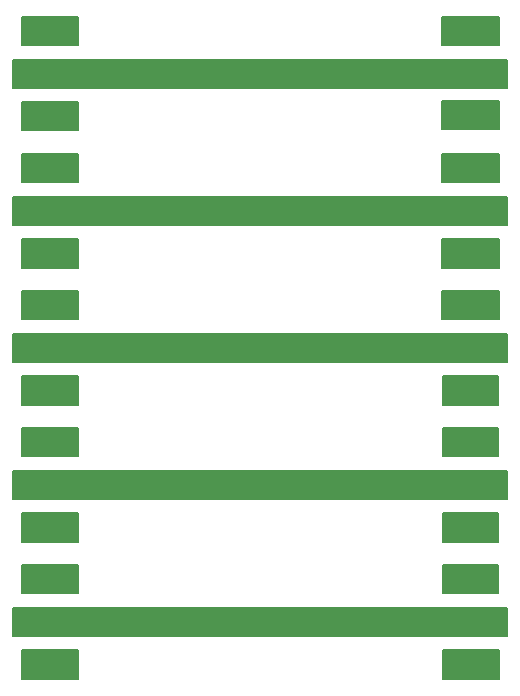
<source format=gts>
%TF.GenerationSoftware,KiCad,Pcbnew,(6.0.2)*%
%TF.CreationDate,2022-07-21T18:21:11-07:00*%
%TF.ProjectId,testCoupon,74657374-436f-4757-906f-6e2e6b696361,1*%
%TF.SameCoordinates,Original*%
%TF.FileFunction,Soldermask,Top*%
%TF.FilePolarity,Negative*%
%FSLAX46Y46*%
G04 Gerber Fmt 4.6, Leading zero omitted, Abs format (unit mm)*
G04 Created by KiCad (PCBNEW (6.0.2)) date 2022-07-21 18:21:11*
%MOMM*%
%LPD*%
G01*
G04 APERTURE LIST*
%ADD10C,0.150000*%
%ADD11R,4.000000X1.200000*%
%ADD12R,4.000000X1.280000*%
%ADD13O,31.360000X0.296416*%
%ADD14C,0.380000*%
%ADD15O,31.360000X0.297180*%
G04 APERTURE END LIST*
D10*
X135300000Y-73300000D02*
X177100000Y-73300000D01*
X177100000Y-73300000D02*
X177100000Y-75700000D01*
X177100000Y-75700000D02*
X135300000Y-75700000D01*
X135300000Y-75700000D02*
X135300000Y-73300000D01*
G36*
X135300000Y-73300000D02*
G01*
X177100000Y-73300000D01*
X177100000Y-75700000D01*
X135300000Y-75700000D01*
X135300000Y-73300000D01*
G37*
X171600000Y-67600000D02*
X176400000Y-67600000D01*
X176400000Y-67600000D02*
X176400000Y-65200000D01*
X176400000Y-65200000D02*
X171600000Y-65200000D01*
X171600000Y-65200000D02*
X171600000Y-67600000D01*
G36*
X171600000Y-67600000D02*
G01*
X176400000Y-67600000D01*
X176400000Y-65200000D01*
X171600000Y-65200000D01*
X171600000Y-67600000D01*
G37*
X176400000Y-76900000D02*
X171600000Y-76900000D01*
X171600000Y-76900000D02*
X171600000Y-79300000D01*
X171600000Y-79300000D02*
X176400000Y-79300000D01*
X176400000Y-79300000D02*
X176400000Y-76900000D01*
G36*
X176400000Y-76900000D02*
G01*
X171600000Y-76900000D01*
X171600000Y-79300000D01*
X176400000Y-79300000D01*
X176400000Y-76900000D01*
G37*
X135300000Y-108100000D02*
X177100000Y-108100000D01*
X177100000Y-108100000D02*
X177100000Y-110500000D01*
X177100000Y-110500000D02*
X135300000Y-110500000D01*
X135300000Y-110500000D02*
X135300000Y-108100000D01*
G36*
X135300000Y-108100000D02*
G01*
X177100000Y-108100000D01*
X177100000Y-110500000D01*
X135300000Y-110500000D01*
X135300000Y-108100000D01*
G37*
X135300000Y-96500000D02*
X177100000Y-96500000D01*
X177100000Y-96500000D02*
X177100000Y-98900000D01*
X177100000Y-98900000D02*
X135300000Y-98900000D01*
X135300000Y-98900000D02*
X135300000Y-96500000D01*
G36*
X135300000Y-96500000D02*
G01*
X177100000Y-96500000D01*
X177100000Y-98900000D01*
X135300000Y-98900000D01*
X135300000Y-96500000D01*
G37*
X140750000Y-104500000D02*
X136050000Y-104500000D01*
X136050000Y-104500000D02*
X136050000Y-106900000D01*
X136050000Y-106900000D02*
X140750000Y-106900000D01*
X140750000Y-106900000D02*
X140750000Y-104500000D01*
G36*
X140750000Y-104500000D02*
G01*
X136050000Y-104500000D01*
X136050000Y-106900000D01*
X140750000Y-106900000D01*
X140750000Y-104500000D01*
G37*
X140800000Y-88500000D02*
X136000000Y-88500000D01*
X136000000Y-88500000D02*
X136000000Y-90900000D01*
X136000000Y-90900000D02*
X140800000Y-90900000D01*
X140800000Y-90900000D02*
X140800000Y-88500000D01*
G36*
X140800000Y-88500000D02*
G01*
X136000000Y-88500000D01*
X136000000Y-90900000D01*
X140800000Y-90900000D01*
X140800000Y-88500000D01*
G37*
X176350000Y-88500000D02*
X171650000Y-88500000D01*
X171650000Y-88500000D02*
X171650000Y-90900000D01*
X171650000Y-90900000D02*
X176350000Y-90900000D01*
X176350000Y-90900000D02*
X176350000Y-88500000D01*
G36*
X176350000Y-88500000D02*
G01*
X171650000Y-88500000D01*
X171650000Y-90900000D01*
X176350000Y-90900000D01*
X176350000Y-88500000D01*
G37*
X176400000Y-81300000D02*
X171600000Y-81300000D01*
X171600000Y-81300000D02*
X171600000Y-83700000D01*
X171600000Y-83700000D02*
X176400000Y-83700000D01*
X176400000Y-83700000D02*
X176400000Y-81300000D01*
G36*
X176400000Y-81300000D02*
G01*
X171600000Y-81300000D01*
X171600000Y-83700000D01*
X176400000Y-83700000D01*
X176400000Y-81300000D01*
G37*
X135300000Y-61700000D02*
X177100000Y-61700000D01*
X177100000Y-61700000D02*
X177100000Y-64100000D01*
X177100000Y-64100000D02*
X135300000Y-64100000D01*
X135300000Y-64100000D02*
X135300000Y-61700000D01*
G36*
X135300000Y-61700000D02*
G01*
X177100000Y-61700000D01*
X177100000Y-64100000D01*
X135300000Y-64100000D01*
X135300000Y-61700000D01*
G37*
X136000000Y-79300000D02*
X140800000Y-79300000D01*
X140800000Y-79300000D02*
X140800000Y-76900000D01*
X140800000Y-76900000D02*
X136000000Y-76900000D01*
X136000000Y-76900000D02*
X136000000Y-79300000D01*
G36*
X136000000Y-79300000D02*
G01*
X140800000Y-79300000D01*
X140800000Y-76900000D01*
X136000000Y-76900000D01*
X136000000Y-79300000D01*
G37*
X135300000Y-84900000D02*
X177100000Y-84900000D01*
X177100000Y-84900000D02*
X177100000Y-87300000D01*
X177100000Y-87300000D02*
X135300000Y-87300000D01*
X135300000Y-87300000D02*
X135300000Y-84900000D01*
G36*
X135300000Y-84900000D02*
G01*
X177100000Y-84900000D01*
X177100000Y-87300000D01*
X135300000Y-87300000D01*
X135300000Y-84900000D01*
G37*
X176350000Y-100100000D02*
X171650000Y-100100000D01*
X171650000Y-100100000D02*
X171650000Y-102500000D01*
X171650000Y-102500000D02*
X176350000Y-102500000D01*
X176350000Y-102500000D02*
X176350000Y-100100000D01*
G36*
X176350000Y-100100000D02*
G01*
X171650000Y-100100000D01*
X171650000Y-102500000D01*
X176350000Y-102500000D01*
X176350000Y-100100000D01*
G37*
X136000000Y-60500000D02*
X140800000Y-60500000D01*
X140800000Y-60500000D02*
X140800000Y-58100000D01*
X140800000Y-58100000D02*
X136000000Y-58100000D01*
X136000000Y-58100000D02*
X136000000Y-60500000D01*
G36*
X136000000Y-60500000D02*
G01*
X140800000Y-60500000D01*
X140800000Y-58100000D01*
X136000000Y-58100000D01*
X136000000Y-60500000D01*
G37*
X136000000Y-72100000D02*
X140800000Y-72100000D01*
X140800000Y-72100000D02*
X140800000Y-69700000D01*
X140800000Y-69700000D02*
X136000000Y-69700000D01*
X136000000Y-69700000D02*
X136000000Y-72100000D01*
G36*
X136000000Y-72100000D02*
G01*
X140800000Y-72100000D01*
X140800000Y-69700000D01*
X136000000Y-69700000D01*
X136000000Y-72100000D01*
G37*
X176400000Y-111700000D02*
X171700000Y-111700000D01*
X171700000Y-111700000D02*
X171700000Y-114100000D01*
X171700000Y-114100000D02*
X176400000Y-114100000D01*
X176400000Y-114100000D02*
X176400000Y-111700000D01*
G36*
X176400000Y-111700000D02*
G01*
X171700000Y-111700000D01*
X171700000Y-114100000D01*
X176400000Y-114100000D01*
X176400000Y-111700000D01*
G37*
X171600000Y-72100000D02*
X176400000Y-72100000D01*
X176400000Y-72100000D02*
X176400000Y-69700000D01*
X176400000Y-69700000D02*
X171600000Y-69700000D01*
X171600000Y-69700000D02*
X171600000Y-72100000D01*
G36*
X171600000Y-72100000D02*
G01*
X176400000Y-72100000D01*
X176400000Y-69700000D01*
X171600000Y-69700000D01*
X171600000Y-72100000D01*
G37*
X140750000Y-100100000D02*
X136050000Y-100100000D01*
X136050000Y-100100000D02*
X136050000Y-102500000D01*
X136050000Y-102500000D02*
X140750000Y-102500000D01*
X140750000Y-102500000D02*
X140750000Y-100100000D01*
G36*
X140750000Y-100100000D02*
G01*
X136050000Y-100100000D01*
X136050000Y-102500000D01*
X140750000Y-102500000D01*
X140750000Y-100100000D01*
G37*
X176350000Y-92900000D02*
X171650000Y-92900000D01*
X171650000Y-92900000D02*
X171650000Y-95300000D01*
X171650000Y-95300000D02*
X176350000Y-95300000D01*
X176350000Y-95300000D02*
X176350000Y-92900000D01*
G36*
X176350000Y-92900000D02*
G01*
X171650000Y-92900000D01*
X171650000Y-95300000D01*
X176350000Y-95300000D01*
X176350000Y-92900000D01*
G37*
X140750000Y-111700000D02*
X136050000Y-111700000D01*
X136050000Y-111700000D02*
X136050000Y-114100000D01*
X136050000Y-114100000D02*
X140750000Y-114100000D01*
X140750000Y-114100000D02*
X140750000Y-111700000D01*
G36*
X140750000Y-111700000D02*
G01*
X136050000Y-111700000D01*
X136050000Y-114100000D01*
X140750000Y-114100000D01*
X140750000Y-111700000D01*
G37*
X136000000Y-67700000D02*
X140800000Y-67700000D01*
X140800000Y-67700000D02*
X140800000Y-65300000D01*
X140800000Y-65300000D02*
X136000000Y-65300000D01*
X136000000Y-65300000D02*
X136000000Y-67700000D01*
G36*
X136000000Y-67700000D02*
G01*
X140800000Y-67700000D01*
X140800000Y-65300000D01*
X136000000Y-65300000D01*
X136000000Y-67700000D01*
G37*
X171600000Y-60500000D02*
X176400000Y-60500000D01*
X176400000Y-60500000D02*
X176400000Y-58100000D01*
X176400000Y-58100000D02*
X171600000Y-58100000D01*
X171600000Y-58100000D02*
X171600000Y-60500000D01*
G36*
X171600000Y-60500000D02*
G01*
X176400000Y-60500000D01*
X176400000Y-58100000D01*
X171600000Y-58100000D01*
X171600000Y-60500000D01*
G37*
X140800000Y-81300000D02*
X136000000Y-81300000D01*
X136000000Y-81300000D02*
X136000000Y-83700000D01*
X136000000Y-83700000D02*
X140800000Y-83700000D01*
X140800000Y-83700000D02*
X140800000Y-81300000D01*
G36*
X140800000Y-81300000D02*
G01*
X136000000Y-81300000D01*
X136000000Y-83700000D01*
X140800000Y-83700000D01*
X140800000Y-81300000D01*
G37*
X176350000Y-104500000D02*
X171650000Y-104500000D01*
X171650000Y-104500000D02*
X171650000Y-106900000D01*
X171650000Y-106900000D02*
X176350000Y-106900000D01*
X176350000Y-106900000D02*
X176350000Y-104500000D01*
G36*
X176350000Y-104500000D02*
G01*
X171650000Y-104500000D01*
X171650000Y-106900000D01*
X176350000Y-106900000D01*
X176350000Y-104500000D01*
G37*
X140750000Y-92900000D02*
X136050000Y-92900000D01*
X136050000Y-92900000D02*
X136050000Y-95300000D01*
X136050000Y-95300000D02*
X140750000Y-95300000D01*
X140750000Y-95300000D02*
X140750000Y-92900000D01*
G36*
X140750000Y-92900000D02*
G01*
X136050000Y-92900000D01*
X136050000Y-95300000D01*
X140750000Y-95300000D01*
X140750000Y-92900000D01*
G37*
D11*
%TO.C,J6*%
X174400000Y-86100000D03*
D12*
X174400000Y-83110000D03*
X174400000Y-89080000D03*
%TD*%
D11*
%TO.C,J3*%
X138000000Y-74500000D03*
D12*
X138000000Y-77490000D03*
X138000000Y-71520000D03*
%TD*%
D11*
%TO.C,J4*%
X174404250Y-74500000D03*
D12*
X174404250Y-71510000D03*
X174404250Y-77480000D03*
%TD*%
D11*
%TO.C,J7*%
X138006757Y-97700000D03*
D12*
X138006757Y-100690000D03*
X138006757Y-94720000D03*
%TD*%
D11*
%TO.C,J1*%
X138000000Y-62900000D03*
D12*
X138000000Y-65890000D03*
X138000000Y-59920000D03*
%TD*%
D11*
%TO.C,J8*%
X174406757Y-97700000D03*
D12*
X174406757Y-94710000D03*
X174406757Y-100680000D03*
%TD*%
D11*
%TO.C,J2*%
X174400000Y-62900000D03*
D12*
X174400000Y-59910000D03*
X174400000Y-65880000D03*
%TD*%
D11*
%TO.C,J5*%
X138000000Y-86100000D03*
D12*
X138000000Y-89090000D03*
X138000000Y-83120000D03*
%TD*%
D11*
%TO.C,J10*%
X174400000Y-109300000D03*
D12*
X174400000Y-106310000D03*
X174400000Y-112280000D03*
%TD*%
D11*
%TO.C,J9*%
X138000000Y-109300000D03*
D12*
X138000000Y-112290000D03*
X138000000Y-106320000D03*
%TD*%
D13*
%TO.C,NT5*%
X156220000Y-109300000D03*
D14*
X158427500Y-110076000D03*
X169866200Y-108524000D03*
X165466700Y-108524000D03*
X153148100Y-108524000D03*
X166346600Y-110076000D03*
X151388300Y-110076000D03*
X165466700Y-110076000D03*
X160187300Y-110076000D03*
X152268200Y-110076000D03*
X168986300Y-110076000D03*
X161947100Y-108524000D03*
X162827000Y-108524000D03*
X170746100Y-110076000D03*
X155787800Y-108524000D03*
X159307400Y-110076000D03*
X149628500Y-108524000D03*
X141709400Y-110076000D03*
X142589300Y-110076000D03*
X150508400Y-108524000D03*
X158427500Y-108524000D03*
X147868700Y-110076000D03*
X154907900Y-108524000D03*
X155787800Y-110076000D03*
X142589300Y-108524000D03*
X148748600Y-110076000D03*
X147868700Y-108524000D03*
X156667700Y-108524000D03*
X150508400Y-110076000D03*
X144349100Y-110076000D03*
X171626000Y-108524000D03*
X160187300Y-108524000D03*
X149628500Y-110076000D03*
X157547600Y-110076000D03*
X146988800Y-108524000D03*
X140829500Y-110076000D03*
X168986300Y-108524000D03*
X169866200Y-110076000D03*
X161067200Y-110076000D03*
X171626000Y-110076000D03*
X143469200Y-110076000D03*
X143469200Y-108524000D03*
X159307400Y-108524000D03*
X161067200Y-108524000D03*
X168106400Y-110076000D03*
X144349100Y-108524000D03*
X164586800Y-108524000D03*
X154028000Y-108524000D03*
X154028000Y-110076000D03*
X161947100Y-110076000D03*
X162827000Y-110076000D03*
X146988800Y-110076000D03*
X146108900Y-110076000D03*
X170746100Y-108524000D03*
X156667700Y-110076000D03*
X153148100Y-110076000D03*
X167226500Y-110076000D03*
X151388300Y-108524000D03*
X166346600Y-108524000D03*
X168106400Y-108524000D03*
X157547600Y-108524000D03*
X148748600Y-108524000D03*
X163706900Y-110076000D03*
X140829500Y-108524000D03*
X146108900Y-108524000D03*
X154907900Y-110076000D03*
X145229000Y-110076000D03*
X164586800Y-110076000D03*
X152268200Y-108524000D03*
X167226500Y-108524000D03*
X141709400Y-108524000D03*
X145229000Y-108524000D03*
X163706900Y-108524000D03*
%TD*%
D15*
%TO.C,NT4*%
X156206757Y-97700000D03*
%TD*%
M02*

</source>
